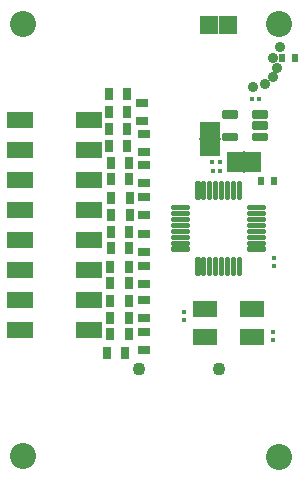
<source format=gbr>
G04 EAGLE Gerber RS-274X export*
G75*
%MOMM*%
%FSLAX34Y34*%
%LPD*%
%INSoldermask Bottom*%
%IPPOS*%
%AMOC8*
5,1,8,0,0,1.08239X$1,22.5*%
G01*
%ADD10C,2.203200*%
%ADD11R,2.003200X1.403200*%
%ADD12R,0.450000X0.350000*%
%ADD13C,0.293481*%
%ADD14R,0.350000X0.450000*%
%ADD15C,0.268653*%
%ADD16R,2.235200X1.473200*%
%ADD17R,1.100000X0.750000*%
%ADD18R,0.750000X1.100000*%
%ADD19C,1.103200*%
%ADD20R,1.371600X1.803400*%
%ADD21R,0.152400X1.828800*%
%ADD22C,0.903200*%
%ADD23R,1.603200X1.603200*%
%ADD24R,1.803400X1.371600*%
%ADD25R,1.828800X0.152400*%
%ADD26R,0.600000X0.700000*%


D10*
X145186Y687578D03*
X362229Y687756D03*
X144856Y322199D03*
X362052Y321462D03*
D11*
X339100Y422746D03*
X339100Y446746D03*
X299100Y446746D03*
X299100Y422746D03*
D12*
X281254Y443584D03*
X281254Y437084D03*
X356768Y420092D03*
X356768Y426592D03*
D13*
X339539Y608879D02*
X339539Y613877D01*
X350737Y613877D01*
X350737Y608879D01*
X339539Y608879D01*
X339539Y611667D02*
X350737Y611667D01*
X314439Y594877D02*
X314439Y589879D01*
X314439Y594877D02*
X325637Y594877D01*
X325637Y589879D01*
X314439Y589879D01*
X314439Y592667D02*
X325637Y592667D01*
X339539Y599379D02*
X339539Y604377D01*
X350737Y604377D01*
X350737Y599379D01*
X339539Y599379D01*
X339539Y602167D02*
X350737Y602167D01*
X339539Y594877D02*
X339539Y589879D01*
X339539Y594877D02*
X350737Y594877D01*
X350737Y589879D01*
X339539Y589879D01*
X339539Y592667D02*
X350737Y592667D01*
X314439Y608879D02*
X314439Y613877D01*
X325637Y613877D01*
X325637Y608879D01*
X314439Y608879D01*
X314439Y611667D02*
X325637Y611667D01*
D14*
X305690Y563397D03*
X312190Y563397D03*
D12*
X357734Y489558D03*
X357734Y483058D03*
D14*
X345312Y623900D03*
X338812Y623900D03*
X311657Y570967D03*
X305157Y570967D03*
D15*
X291813Y553833D02*
X291813Y540087D01*
X291813Y553833D02*
X293759Y553833D01*
X293759Y540087D01*
X291813Y540087D01*
X291813Y542640D02*
X293759Y542640D01*
X293759Y545193D02*
X291813Y545193D01*
X291813Y547746D02*
X293759Y547746D01*
X293759Y550299D02*
X291813Y550299D01*
X291813Y552852D02*
X293759Y552852D01*
X296813Y553833D02*
X296813Y540087D01*
X296813Y553833D02*
X298759Y553833D01*
X298759Y540087D01*
X296813Y540087D01*
X296813Y542640D02*
X298759Y542640D01*
X298759Y545193D02*
X296813Y545193D01*
X296813Y547746D02*
X298759Y547746D01*
X298759Y550299D02*
X296813Y550299D01*
X296813Y552852D02*
X298759Y552852D01*
X301813Y553833D02*
X301813Y540087D01*
X301813Y553833D02*
X303759Y553833D01*
X303759Y540087D01*
X301813Y540087D01*
X301813Y542640D02*
X303759Y542640D01*
X303759Y545193D02*
X301813Y545193D01*
X301813Y547746D02*
X303759Y547746D01*
X303759Y550299D02*
X301813Y550299D01*
X301813Y552852D02*
X303759Y552852D01*
X306813Y553833D02*
X306813Y540087D01*
X306813Y553833D02*
X308759Y553833D01*
X308759Y540087D01*
X306813Y540087D01*
X306813Y542640D02*
X308759Y542640D01*
X308759Y545193D02*
X306813Y545193D01*
X306813Y547746D02*
X308759Y547746D01*
X308759Y550299D02*
X306813Y550299D01*
X306813Y552852D02*
X308759Y552852D01*
X311813Y553833D02*
X311813Y540087D01*
X311813Y553833D02*
X313759Y553833D01*
X313759Y540087D01*
X311813Y540087D01*
X311813Y542640D02*
X313759Y542640D01*
X313759Y545193D02*
X311813Y545193D01*
X311813Y547746D02*
X313759Y547746D01*
X313759Y550299D02*
X311813Y550299D01*
X311813Y552852D02*
X313759Y552852D01*
X316813Y553833D02*
X316813Y540087D01*
X316813Y553833D02*
X318759Y553833D01*
X318759Y540087D01*
X316813Y540087D01*
X316813Y542640D02*
X318759Y542640D01*
X318759Y545193D02*
X316813Y545193D01*
X316813Y547746D02*
X318759Y547746D01*
X318759Y550299D02*
X316813Y550299D01*
X316813Y552852D02*
X318759Y552852D01*
X321813Y553833D02*
X321813Y540087D01*
X321813Y553833D02*
X323759Y553833D01*
X323759Y540087D01*
X321813Y540087D01*
X321813Y542640D02*
X323759Y542640D01*
X323759Y545193D02*
X321813Y545193D01*
X321813Y547746D02*
X323759Y547746D01*
X323759Y550299D02*
X321813Y550299D01*
X321813Y552852D02*
X323759Y552852D01*
X326813Y553833D02*
X326813Y540087D01*
X326813Y553833D02*
X328759Y553833D01*
X328759Y540087D01*
X326813Y540087D01*
X326813Y542640D02*
X328759Y542640D01*
X328759Y545193D02*
X326813Y545193D01*
X326813Y547746D02*
X328759Y547746D01*
X328759Y550299D02*
X326813Y550299D01*
X326813Y552852D02*
X328759Y552852D01*
X326813Y489933D02*
X326813Y476187D01*
X326813Y489933D02*
X328759Y489933D01*
X328759Y476187D01*
X326813Y476187D01*
X326813Y478740D02*
X328759Y478740D01*
X328759Y481293D02*
X326813Y481293D01*
X326813Y483846D02*
X328759Y483846D01*
X328759Y486399D02*
X326813Y486399D01*
X326813Y488952D02*
X328759Y488952D01*
X321813Y489933D02*
X321813Y476187D01*
X321813Y489933D02*
X323759Y489933D01*
X323759Y476187D01*
X321813Y476187D01*
X321813Y478740D02*
X323759Y478740D01*
X323759Y481293D02*
X321813Y481293D01*
X321813Y483846D02*
X323759Y483846D01*
X323759Y486399D02*
X321813Y486399D01*
X321813Y488952D02*
X323759Y488952D01*
X316813Y489933D02*
X316813Y476187D01*
X316813Y489933D02*
X318759Y489933D01*
X318759Y476187D01*
X316813Y476187D01*
X316813Y478740D02*
X318759Y478740D01*
X318759Y481293D02*
X316813Y481293D01*
X316813Y483846D02*
X318759Y483846D01*
X318759Y486399D02*
X316813Y486399D01*
X316813Y488952D02*
X318759Y488952D01*
X311813Y489933D02*
X311813Y476187D01*
X311813Y489933D02*
X313759Y489933D01*
X313759Y476187D01*
X311813Y476187D01*
X311813Y478740D02*
X313759Y478740D01*
X313759Y481293D02*
X311813Y481293D01*
X311813Y483846D02*
X313759Y483846D01*
X313759Y486399D02*
X311813Y486399D01*
X311813Y488952D02*
X313759Y488952D01*
X306813Y489933D02*
X306813Y476187D01*
X306813Y489933D02*
X308759Y489933D01*
X308759Y476187D01*
X306813Y476187D01*
X306813Y478740D02*
X308759Y478740D01*
X308759Y481293D02*
X306813Y481293D01*
X306813Y483846D02*
X308759Y483846D01*
X308759Y486399D02*
X306813Y486399D01*
X306813Y488952D02*
X308759Y488952D01*
X301813Y489933D02*
X301813Y476187D01*
X301813Y489933D02*
X303759Y489933D01*
X303759Y476187D01*
X301813Y476187D01*
X301813Y478740D02*
X303759Y478740D01*
X303759Y481293D02*
X301813Y481293D01*
X301813Y483846D02*
X303759Y483846D01*
X303759Y486399D02*
X301813Y486399D01*
X301813Y488952D02*
X303759Y488952D01*
X296813Y489933D02*
X296813Y476187D01*
X296813Y489933D02*
X298759Y489933D01*
X298759Y476187D01*
X296813Y476187D01*
X296813Y478740D02*
X298759Y478740D01*
X298759Y481293D02*
X296813Y481293D01*
X296813Y483846D02*
X298759Y483846D01*
X298759Y486399D02*
X296813Y486399D01*
X296813Y488952D02*
X298759Y488952D01*
X291813Y489933D02*
X291813Y476187D01*
X291813Y489933D02*
X293759Y489933D01*
X293759Y476187D01*
X291813Y476187D01*
X291813Y478740D02*
X293759Y478740D01*
X293759Y481293D02*
X291813Y481293D01*
X291813Y483846D02*
X293759Y483846D01*
X293759Y486399D02*
X291813Y486399D01*
X291813Y488952D02*
X293759Y488952D01*
X285209Y496537D02*
X271463Y496537D01*
X271463Y498483D01*
X285209Y498483D01*
X285209Y496537D01*
X285209Y501537D02*
X271463Y501537D01*
X271463Y503483D01*
X285209Y503483D01*
X285209Y501537D01*
X285209Y506537D02*
X271463Y506537D01*
X271463Y508483D01*
X285209Y508483D01*
X285209Y506537D01*
X285209Y511537D02*
X271463Y511537D01*
X271463Y513483D01*
X285209Y513483D01*
X285209Y511537D01*
X285209Y516537D02*
X271463Y516537D01*
X271463Y518483D01*
X285209Y518483D01*
X285209Y516537D01*
X285209Y521537D02*
X271463Y521537D01*
X271463Y523483D01*
X285209Y523483D01*
X285209Y521537D01*
X285209Y526537D02*
X271463Y526537D01*
X271463Y528483D01*
X285209Y528483D01*
X285209Y526537D01*
X285209Y531537D02*
X271463Y531537D01*
X271463Y533483D01*
X285209Y533483D01*
X285209Y531537D01*
X335363Y531537D02*
X349109Y531537D01*
X335363Y531537D02*
X335363Y533483D01*
X349109Y533483D01*
X349109Y531537D01*
X349109Y526537D02*
X335363Y526537D01*
X335363Y528483D01*
X349109Y528483D01*
X349109Y526537D01*
X349109Y521537D02*
X335363Y521537D01*
X335363Y523483D01*
X349109Y523483D01*
X349109Y521537D01*
X349109Y516537D02*
X335363Y516537D01*
X335363Y518483D01*
X349109Y518483D01*
X349109Y516537D01*
X349109Y511537D02*
X335363Y511537D01*
X335363Y513483D01*
X349109Y513483D01*
X349109Y511537D01*
X349109Y506537D02*
X335363Y506537D01*
X335363Y508483D01*
X349109Y508483D01*
X349109Y506537D01*
X349109Y501537D02*
X335363Y501537D01*
X335363Y503483D01*
X349109Y503483D01*
X349109Y501537D01*
X349109Y496537D02*
X335363Y496537D01*
X335363Y498483D01*
X349109Y498483D01*
X349109Y496537D01*
D16*
X201397Y428346D03*
X142977Y428346D03*
X142977Y453746D03*
X201397Y453746D03*
X142977Y479146D03*
X201397Y479146D03*
X142977Y504546D03*
X201397Y504546D03*
X142977Y529946D03*
X201397Y529946D03*
X142977Y555346D03*
X201397Y555346D03*
X142977Y580746D03*
X201397Y580746D03*
X142977Y606146D03*
X201397Y606146D03*
D17*
X247955Y411756D03*
X247955Y427256D03*
D18*
X216126Y409016D03*
X231626Y409016D03*
D17*
X247955Y453926D03*
X247955Y438426D03*
D18*
X219123Y452780D03*
X234623Y452780D03*
X219123Y424840D03*
X234623Y424840D03*
X219123Y438810D03*
X234623Y438810D03*
D17*
X247142Y467535D03*
X247142Y483035D03*
D18*
X219123Y468782D03*
X234623Y468782D03*
D17*
X247447Y509806D03*
X247447Y494306D03*
D18*
X219377Y511962D03*
X234877Y511962D03*
X219123Y482244D03*
X234623Y482244D03*
X219377Y497992D03*
X234877Y497992D03*
D17*
X247701Y525802D03*
X247701Y541302D03*
D18*
X219885Y526186D03*
X235385Y526186D03*
D17*
X247625Y568582D03*
X247625Y553082D03*
D18*
X219682Y570382D03*
X235182Y570382D03*
X219885Y540410D03*
X235385Y540410D03*
X219605Y556438D03*
X235105Y556438D03*
D17*
X247650Y579168D03*
X247650Y594668D03*
D18*
X217878Y584302D03*
X233378Y584302D03*
D17*
X245694Y621033D03*
X245694Y605533D03*
D18*
X217751Y628218D03*
X233251Y628218D03*
X217878Y599008D03*
X233378Y599008D03*
X217853Y613537D03*
X233353Y613537D03*
D19*
X311038Y395503D03*
X243038Y395503D03*
D20*
X339420Y570535D03*
X324180Y570535D03*
D21*
X331800Y570535D03*
D22*
X362509Y667791D03*
X356997Y658749D03*
X360121Y650570D03*
X356692Y642595D03*
X350012Y637007D03*
D23*
X318440Y686740D03*
X302362Y686740D03*
D22*
X339852Y633959D03*
D24*
X303225Y597941D03*
X303225Y582701D03*
D25*
X303225Y590321D03*
D26*
X364603Y658927D03*
X375603Y658927D03*
X358027Y554990D03*
X347027Y554990D03*
M02*

</source>
